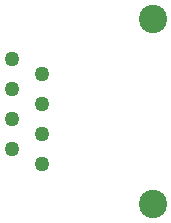
<source format=gbr>
G04 EAGLE Gerber RS-274X export*
G75*
%MOMM*%
%FSLAX34Y34*%
%LPD*%
%INBottom Copper*%
%IPPOS*%
%AMOC8*
5,1,8,0,0,1.08239X$1,22.5*%
G01*
%ADD10C,1.258000*%
%ADD11C,2.400000*%


D10*
X882700Y228950D03*
X857300Y241650D03*
X882700Y254350D03*
X857300Y267050D03*
X882700Y279750D03*
X857300Y292450D03*
X882700Y305150D03*
X857300Y317850D03*
D11*
X976700Y195400D03*
X976700Y351400D03*
M02*

</source>
